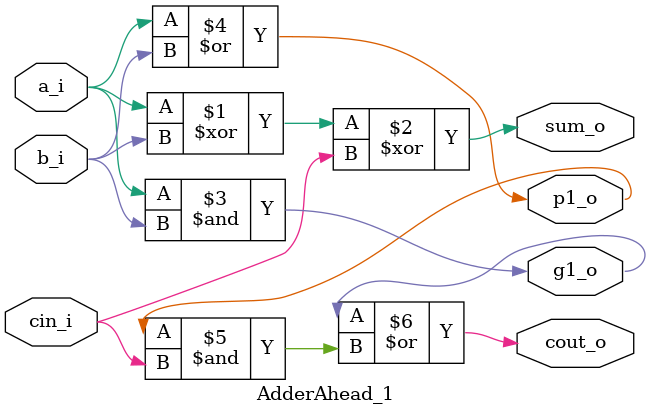
<source format=v>
module AdderAhead_1 (
    input  a_i,
    input  b_i,
    input  cin_i,
    output sum_o,
    output cout_o,
    output g1_o,
    output p1_o
);
    assign sum_o  = a_i ^ b_i ^ cin_i;

    // cout = a & b | a & cin | b & cin
    // cout = (a&b) | (a|b) & cin
    // cout = g1 | p1 & cin
    assign g1_o   = a_i & b_i;  // generate
    assign p1_o   = a_i | b_i;  // propagate
    assign cout_o = g1_o | p1_o & cin_i;
endmodule



// module AdderAhead_1_tb;
//     reg  a_i;
//     reg  b_i;
//     reg  cin_i;
//     wire sum_o;
//     wire cout_o;
//     wire g1_o;
//     wire p1_o;

//     AdderAhead_1 AA1 (
//         .a_i(a_i),
//         .b_i(b_i),
//         .cin_i(cin_i),
//         .sum_o(sum_o),
//         .cout_o(cout_o),
//         .g1_o(g1_o),
//         .p1_o(p1_o)
//     );

//     initial begin
//         #10 begin  // 0+0+0=00
//             a_i   = 1'b0;
//             b_i   = 1'b0;
//             cin_i = 1'b0;
//         end

//         #10 begin  // 1+0+0=01
//             a_i   = 1'b1;
//             b_i   = 1'b0;
//             cin_i = 1'b0;
//         end

//         #10 begin  // 0+1+0=01
//             a_i   = 1'b0;
//             b_i   = 1'b1;
//             cin_i = 1'b0;
//         end

//         #10 begin  // 1+1+0=10
//             a_i   = 1'b1;
//             b_i   = 1'b1;
//             cin_i = 1'b0;
//         end

//         #10 begin  // 1+1+1=11
//             a_i   = 1'b1;
//             b_i   = 1'b1;
//             cin_i = 1'b1;
//         end

//         #10 begin
//         end
//     end

//     initial begin
//         $dumpfile("wave.vcd");
//         $dumpvars;
//     end

// endmodule

</source>
